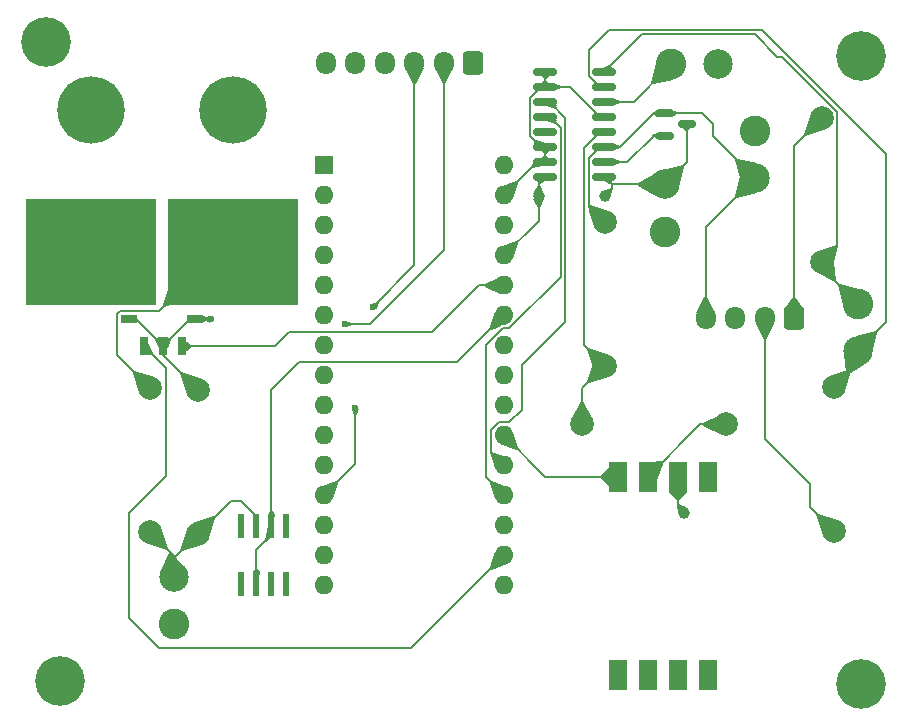
<source format=gbr>
%TF.GenerationSoftware,KiCad,Pcbnew,7.0.7*%
%TF.CreationDate,2023-12-14T17:45:07-06:00*%
%TF.ProjectId,test,74657374-2e6b-4696-9361-645f70636258,rev?*%
%TF.SameCoordinates,Original*%
%TF.FileFunction,Copper,L1,Top*%
%TF.FilePolarity,Positive*%
%FSLAX46Y46*%
G04 Gerber Fmt 4.6, Leading zero omitted, Abs format (unit mm)*
G04 Created by KiCad (PCBNEW 7.0.7) date 2023-12-14 17:45:07*
%MOMM*%
%LPD*%
G01*
G04 APERTURE LIST*
G04 Aperture macros list*
%AMRoundRect*
0 Rectangle with rounded corners*
0 $1 Rounding radius*
0 $2 $3 $4 $5 $6 $7 $8 $9 X,Y pos of 4 corners*
0 Add a 4 corners polygon primitive as box body*
4,1,4,$2,$3,$4,$5,$6,$7,$8,$9,$2,$3,0*
0 Add four circle primitives for the rounded corners*
1,1,$1+$1,$2,$3*
1,1,$1+$1,$4,$5*
1,1,$1+$1,$6,$7*
1,1,$1+$1,$8,$9*
0 Add four rect primitives between the rounded corners*
20,1,$1+$1,$2,$3,$4,$5,0*
20,1,$1+$1,$4,$5,$6,$7,0*
20,1,$1+$1,$6,$7,$8,$9,0*
20,1,$1+$1,$8,$9,$2,$3,0*%
%AMFreePoly0*
4,1,5,5.500000,-4.500000,-5.500000,-4.500000,-5.500000,4.500000,5.500000,4.500000,5.500000,-4.500000,5.500000,-4.500000,$1*%
G04 Aperture macros list end*
%TA.AperFunction,ComponentPad*%
%ADD10C,2.500000*%
%TD*%
%TA.AperFunction,ComponentPad*%
%ADD11C,2.600000*%
%TD*%
%TA.AperFunction,ComponentPad*%
%ADD12R,1.600000X1.600000*%
%TD*%
%TA.AperFunction,ComponentPad*%
%ADD13O,1.600000X1.600000*%
%TD*%
%TA.AperFunction,SMDPad,CuDef*%
%ADD14R,0.600000X2.000000*%
%TD*%
%TA.AperFunction,ComponentPad*%
%ADD15C,5.700000*%
%TD*%
%TA.AperFunction,SMDPad,CuDef*%
%ADD16FreePoly0,0.000000*%
%TD*%
%TA.AperFunction,ComponentPad*%
%ADD17C,2.000000*%
%TD*%
%TA.AperFunction,SMDPad,CuDef*%
%ADD18R,1.520000X2.540000*%
%TD*%
%TA.AperFunction,ComponentPad*%
%ADD19RoundRect,0.250000X0.600000X0.725000X-0.600000X0.725000X-0.600000X-0.725000X0.600000X-0.725000X0*%
%TD*%
%TA.AperFunction,ComponentPad*%
%ADD20O,1.700000X1.950000*%
%TD*%
%TA.AperFunction,SMDPad,CuDef*%
%ADD21RoundRect,0.187500X-0.187500X-0.612500X0.187500X-0.612500X0.187500X0.612500X-0.187500X0.612500X0*%
%TD*%
%TA.AperFunction,SMDPad,CuDef*%
%ADD22RoundRect,0.187500X-0.512500X-0.187500X0.512500X-0.187500X0.512500X0.187500X-0.512500X0.187500X0*%
%TD*%
%TA.AperFunction,SMDPad,CuDef*%
%ADD23RoundRect,0.425000X-0.475000X-0.425000X0.475000X-0.425000X0.475000X0.425000X-0.475000X0.425000X0*%
%TD*%
%TA.AperFunction,SMDPad,CuDef*%
%ADD24RoundRect,0.150000X-0.587500X-0.150000X0.587500X-0.150000X0.587500X0.150000X-0.587500X0.150000X0*%
%TD*%
%TA.AperFunction,SMDPad,CuDef*%
%ADD25RoundRect,0.150000X0.850000X0.150000X-0.850000X0.150000X-0.850000X-0.150000X0.850000X-0.150000X0*%
%TD*%
%TA.AperFunction,ViaPad*%
%ADD26C,4.200000*%
%TD*%
%TA.AperFunction,ViaPad*%
%ADD27C,1.000000*%
%TD*%
%TA.AperFunction,ViaPad*%
%ADD28C,0.600000*%
%TD*%
%TA.AperFunction,Conductor*%
%ADD29C,0.200000*%
%TD*%
G04 APERTURE END LIST*
D10*
%TO.P,C4,1*%
%TO.N,Net-(U3-INA-)*%
X167132000Y-100584000D03*
D11*
%TO.P,C4,2*%
%TO.N,Net-(U3-INA+)*%
X167132000Y-96584000D03*
%TD*%
D12*
%TO.P,A1,1,D1/TX*%
%TO.N,unconnected-(A1-D1{slash}TX-Pad1)*%
X121920000Y-84878000D03*
D13*
%TO.P,A1,2,D0/RX*%
%TO.N,unconnected-(A1-D0{slash}RX-Pad2)*%
X121920000Y-87418000D03*
%TO.P,A1,3,~{RESET}*%
%TO.N,unconnected-(A1-~{RESET}-Pad3)*%
X121920000Y-89958000D03*
%TO.P,A1,4,GND*%
%TO.N,GND*%
X121920000Y-92498000D03*
%TO.P,A1,5,D2*%
%TO.N,unconnected-(A1-D2-Pad5)*%
X121920000Y-95038000D03*
%TO.P,A1,6,D3*%
%TO.N,unconnected-(A1-D3-Pad6)*%
X121920000Y-97578000D03*
%TO.P,A1,7,D4*%
%TO.N,Net-(A1-D4)*%
X121920000Y-100118000D03*
%TO.P,A1,8,D5*%
%TO.N,unconnected-(A1-D5-Pad8)*%
X121920000Y-102658000D03*
%TO.P,A1,9,D6*%
%TO.N,unconnected-(A1-D6-Pad9)*%
X121920000Y-105198000D03*
%TO.P,A1,10,D7*%
%TO.N,unconnected-(A1-D7-Pad10)*%
X121920000Y-107738000D03*
%TO.P,A1,11,D8*%
%TO.N,Net-(A1-D8)*%
X121920000Y-110278000D03*
%TO.P,A1,12,D9*%
%TO.N,Net-(A1-D9)*%
X121920000Y-112818000D03*
%TO.P,A1,13,D10*%
%TO.N,Net-(A1-D10)*%
X121920000Y-115358000D03*
%TO.P,A1,14,D11*%
%TO.N,unconnected-(A1-D11-Pad14)*%
X121920000Y-117898000D03*
%TO.P,A1,15,D12*%
%TO.N,unconnected-(A1-D12-Pad15)*%
X121920000Y-120438000D03*
%TO.P,A1,16,D13*%
%TO.N,unconnected-(A1-D13-Pad16)*%
X137160000Y-120438000D03*
%TO.P,A1,17,3V3*%
%TO.N,Net-(A1-3V3)*%
X137160000Y-117898000D03*
%TO.P,A1,18,AREF*%
%TO.N,unconnected-(A1-AREF-Pad18)*%
X137160000Y-115358000D03*
%TO.P,A1,19,A0*%
%TO.N,Net-(A1-A0)*%
X137160000Y-112818000D03*
%TO.P,A1,20,A1*%
%TO.N,Net-(A1-A1)*%
X137160000Y-110278000D03*
%TO.P,A1,21,A2*%
%TO.N,Net-(A1-A2)*%
X137160000Y-107738000D03*
%TO.P,A1,22,A3*%
%TO.N,unconnected-(A1-A3-Pad22)*%
X137160000Y-105198000D03*
%TO.P,A1,23,A4*%
%TO.N,unconnected-(A1-A4-Pad23)*%
X137160000Y-102658000D03*
%TO.P,A1,24,A5*%
%TO.N,unconnected-(A1-A5-Pad24)*%
X137160000Y-100118000D03*
%TO.P,A1,25,A6*%
%TO.N,Net-(A1-A6)*%
X137160000Y-97578000D03*
%TO.P,A1,26,A7*%
%TO.N,Net-(A1-A7)*%
X137160000Y-95038000D03*
%TO.P,A1,27,+5V*%
%TO.N,Net-(A1-+5V)*%
X137160000Y-92498000D03*
%TO.P,A1,28,~{RESET}*%
%TO.N,unconnected-(A1-~{RESET}-Pad28)*%
X137160000Y-89958000D03*
%TO.P,A1,29,GND*%
%TO.N,GND*%
X137160000Y-87418000D03*
%TO.P,A1,30,VIN*%
%TO.N,unconnected-(A1-VIN-Pad30)*%
X137160000Y-84878000D03*
%TD*%
D14*
%TO.P,U1,1,NULL*%
%TO.N,unconnected-(U1-NULL-Pad1)*%
X118745000Y-115448000D03*
%TO.P,U1,2,-*%
%TO.N,Net-(A1-A6)*%
X117475000Y-115448000D03*
%TO.P,U1,3,+*%
%TO.N,Net-(U1-+)*%
X116205000Y-115448000D03*
%TO.P,U1,4,V-*%
%TO.N,unconnected-(U1-V--Pad4)*%
X114935000Y-115448000D03*
%TO.P,U1,5,NULL*%
%TO.N,unconnected-(U1-NULL-Pad5)*%
X114935000Y-120348000D03*
%TO.P,U1,6*%
%TO.N,Net-(A1-A6)*%
X116205000Y-120348000D03*
%TO.P,U1,7,V+*%
%TO.N,unconnected-(U1-V+-Pad7)*%
X117475000Y-120348000D03*
%TO.P,U1,8,NC*%
%TO.N,unconnected-(U1-NC-Pad8)*%
X118745000Y-120348000D03*
%TD*%
D15*
%TO.P,J3,1,Pos*%
%TO.N,Net-(J3-Pos)*%
X102220000Y-92200000D03*
D16*
X102220000Y-92200000D03*
D15*
%TO.P,J3,2,Neg*%
%TO.N,GND*%
X102220000Y-80230000D03*
%TD*%
D17*
%TO.P,R6,1*%
%TO.N,Net-(U3-VFB)*%
X143774396Y-106807000D03*
%TO.P,R6,2*%
%TO.N,GND*%
X155974396Y-106807000D03*
%TD*%
D18*
%TO.P,U4,1*%
%TO.N,N/C*%
X154432000Y-111252000D03*
%TO.P,U4,2,VS*%
%TO.N,Net-(A1-+5V)*%
X151892000Y-111252000D03*
%TO.P,U4,3,GND*%
%TO.N,GND*%
X149352000Y-111252000D03*
%TO.P,U4,4,VOUT*%
%TO.N,Net-(A1-A2)*%
X146812000Y-111252000D03*
%TO.P,U4,5*%
%TO.N,N/C*%
X146812000Y-128012000D03*
%TO.P,U4,6*%
X149352000Y-128012000D03*
%TO.P,U4,7*%
X151892000Y-128012000D03*
%TO.P,U4,8*%
X154432000Y-128012000D03*
%TD*%
D19*
%TO.P,J1,1,Pin_1*%
%TO.N,Net-(J1-Pin_1)*%
X161738000Y-97836000D03*
D20*
%TO.P,J1,2,Pin_2*%
%TO.N,Net-(J1-Pin_2)*%
X159238000Y-97836000D03*
%TO.P,J1,3,Pin_3*%
%TO.N,GND*%
X156738000Y-97836000D03*
%TO.P,J1,4,Pin_4*%
%TO.N,Net-(J1-Pin_4)*%
X154238000Y-97836000D03*
%TD*%
D10*
%TO.P,C1,1*%
%TO.N,Net-(J1-Pin_4)*%
X158394396Y-85947000D03*
D11*
%TO.P,C1,2*%
%TO.N,GND*%
X158394396Y-81947000D03*
%TD*%
D21*
%TO.P,U2,1,vcc*%
%TO.N,Net-(A1-3V3)*%
X106704000Y-100190000D03*
%TO.P,U2,2,ground*%
%TO.N,GND*%
X108304000Y-100190000D03*
%TO.P,U2,3,vout*%
%TO.N,Net-(A1-A7)*%
X109904000Y-100190000D03*
D22*
%TO.P,U2,4,NC*%
%TO.N,GND*%
X111004000Y-97890000D03*
D23*
%TO.P,U2,5,IP+*%
%TO.N,Net-(J4-Pos)*%
X109704000Y-95440000D03*
%TO.P,U2,6,IP-*%
%TO.N,Net-(J3-Pos)*%
X106704000Y-95440000D03*
D22*
%TO.P,U2,7,NC*%
%TO.N,GND*%
X105404000Y-97890000D03*
%TD*%
D17*
%TO.P,R5,1*%
%TO.N,Net-(J1-Pin_4)*%
X145694396Y-89647000D03*
%TO.P,R5,2*%
%TO.N,Net-(U3-VFB)*%
X145694396Y-101847000D03*
%TD*%
D24*
%TO.P,Q1,1,C*%
%TO.N,Net-(J1-Pin_4)*%
X150774396Y-80457000D03*
%TO.P,Q1,2,B*%
%TO.N,Net-(Q1-B)*%
X150774396Y-82357000D03*
%TO.P,Q1,3,E*%
%TO.N,Net-(A1-+5V)*%
X152649396Y-81407000D03*
%TD*%
D17*
%TO.P,R2,1*%
%TO.N,Net-(J4-Pos)*%
X107213000Y-103755000D03*
%TO.P,R2,2*%
%TO.N,Net-(U1-+)*%
X107213000Y-115955000D03*
%TD*%
D10*
%TO.P,C5,1*%
%TO.N,Net-(U1-+)*%
X109195000Y-119733000D03*
D11*
%TO.P,C5,2*%
%TO.N,GND*%
X109195000Y-123733000D03*
%TD*%
D25*
%TO.P,U3,1,VSUP*%
%TO.N,Net-(A1-+5V)*%
X145654396Y-85852000D03*
%TO.P,U3,2,BASE*%
%TO.N,Net-(Q1-B)*%
X145654396Y-84582000D03*
%TO.P,U3,3,AVDD*%
%TO.N,Net-(J1-Pin_4)*%
X145654396Y-83312000D03*
%TO.P,U3,4,VFB*%
%TO.N,Net-(U3-VFB)*%
X145654396Y-82042000D03*
%TO.P,U3,5,AGND*%
%TO.N,GND*%
X145654396Y-80772000D03*
%TO.P,U3,6,VBG*%
%TO.N,Net-(U3-VBG)*%
X145654396Y-79502000D03*
%TO.P,U3,7,INA-*%
%TO.N,Net-(U3-INA-)*%
X145654396Y-78232000D03*
%TO.P,U3,8,INA+*%
%TO.N,Net-(U3-INA+)*%
X145654396Y-76962000D03*
%TO.P,U3,9,INB-*%
%TO.N,GND*%
X140654396Y-76962000D03*
%TO.P,U3,10,INB+*%
X140654396Y-78232000D03*
%TO.P,U3,11,PD_SCK*%
%TO.N,Net-(A1-A1)*%
X140654396Y-79502000D03*
%TO.P,U3,12,DOUT*%
%TO.N,Net-(A1-A0)*%
X140654396Y-80772000D03*
%TO.P,U3,13,XO*%
%TO.N,unconnected-(U3-XO-Pad13)*%
X140654396Y-82042000D03*
%TO.P,U3,14,XI*%
%TO.N,GND*%
X140654396Y-83312000D03*
%TO.P,U3,15,RATE*%
X140654396Y-84582000D03*
%TO.P,U3,16,DVDD*%
%TO.N,Net-(A1-+5V)*%
X140654396Y-85852000D03*
%TD*%
D15*
%TO.P,J4,1,Pos*%
%TO.N,Net-(J4-Pos)*%
X114220000Y-92200000D03*
D16*
X114220000Y-92200000D03*
D15*
%TO.P,J4,2,Neg*%
%TO.N,GND*%
X114220000Y-80230000D03*
%TD*%
D10*
%TO.P,C3,1*%
%TO.N,GND*%
X155314396Y-76327000D03*
D11*
%TO.P,C3,2*%
%TO.N,Net-(U3-VBG)*%
X151314396Y-76327000D03*
%TD*%
D17*
%TO.P,R1,1*%
%TO.N,Net-(J1-Pin_2)*%
X165100000Y-115839000D03*
%TO.P,R1,2*%
%TO.N,Net-(U3-INA-)*%
X165100000Y-103639000D03*
%TD*%
D19*
%TO.P,J2,1,Pin_1*%
%TO.N,Net-(A1-3V3)*%
X134580000Y-76200000D03*
D20*
%TO.P,J2,2,Pin_2*%
%TO.N,Net-(A1-D4)*%
X132080000Y-76200000D03*
%TO.P,J2,3,Pin_3*%
%TO.N,Net-(A1-D8)*%
X129580000Y-76200000D03*
%TO.P,J2,4,Pin_4*%
%TO.N,Net-(A1-D10)*%
X127080000Y-76200000D03*
%TO.P,J2,5,Pin_5*%
%TO.N,Net-(A1-D9)*%
X124580000Y-76200000D03*
%TO.P,J2,6,Pin_6*%
%TO.N,GND*%
X122080000Y-76200000D03*
%TD*%
D17*
%TO.P,R4,1*%
%TO.N,Net-(J1-Pin_1)*%
X164084000Y-80884000D03*
%TO.P,R4,2*%
%TO.N,Net-(U3-INA+)*%
X164084000Y-93084000D03*
%TD*%
D10*
%TO.P,C6,1*%
%TO.N,Net-(A1-+5V)*%
X150774396Y-86487000D03*
D11*
%TO.P,C6,2*%
%TO.N,GND*%
X150774396Y-90487000D03*
%TD*%
D17*
%TO.P,R3,1*%
%TO.N,Net-(U1-+)*%
X111227000Y-116082000D03*
%TO.P,R3,2*%
%TO.N,GND*%
X111227000Y-103882000D03*
%TD*%
D26*
%TO.N,*%
X167420942Y-75619358D03*
X167386000Y-128778000D03*
X99568000Y-128524000D03*
X98425000Y-74422000D03*
D27*
%TO.N,Net-(A1-+5V)*%
X140106396Y-87503000D03*
X152400000Y-114300000D03*
X145694396Y-87503000D03*
D28*
%TO.N,GND*%
X112395000Y-97917000D03*
%TO.N,Net-(A1-D8)*%
X126111000Y-96901000D03*
%TO.N,Net-(A1-D9)*%
X124587000Y-105410000D03*
%TO.N,Net-(A1-D4)*%
X123698000Y-98298000D03*
%TD*%
D29*
%TO.N,Net-(A1-+5V)*%
X146289396Y-86487000D02*
X150774396Y-86487000D01*
X140106396Y-87503000D02*
X140106396Y-89551604D01*
X145654396Y-85852000D02*
X146289396Y-86487000D01*
X146289396Y-86908000D02*
X146289396Y-86487000D01*
X140106396Y-86400000D02*
X140654396Y-85852000D01*
X152649396Y-81407000D02*
X152649396Y-84612000D01*
X150774396Y-86487000D02*
X152649396Y-84612000D01*
X140106396Y-89551604D02*
X137160000Y-92498000D01*
X151892000Y-113792000D02*
X152400000Y-114300000D01*
X151892000Y-111252000D02*
X151892000Y-113792000D01*
X140106396Y-87503000D02*
X140106396Y-86400000D01*
X145694396Y-87503000D02*
X146289396Y-86908000D01*
%TO.N,Net-(J1-Pin_4)*%
X149824396Y-80457000D02*
X146969396Y-83312000D01*
X158394396Y-85947000D02*
X154238000Y-90103396D01*
X145694396Y-89647000D02*
X144354396Y-88307000D01*
X145288000Y-83312000D02*
X145654396Y-83312000D01*
X150774396Y-80457000D02*
X153888396Y-80457000D01*
X153888396Y-80457000D02*
X154838396Y-81407000D01*
X154238000Y-90103396D02*
X154238000Y-97836000D01*
X144354396Y-88307000D02*
X144354396Y-84245604D01*
X154838396Y-81407000D02*
X154838396Y-82391000D01*
X146969396Y-83312000D02*
X145654396Y-83312000D01*
X154838396Y-82391000D02*
X158394396Y-85947000D01*
X144354396Y-84245604D02*
X145288000Y-83312000D01*
X150774396Y-80457000D02*
X149824396Y-80457000D01*
%TO.N,Net-(U3-VFB)*%
X145694396Y-101847000D02*
X143954396Y-100107000D01*
X145288000Y-82042000D02*
X145654396Y-82042000D01*
X143774396Y-103767000D02*
X145694396Y-101847000D01*
X143954396Y-100107000D02*
X143954396Y-83375604D01*
X143954396Y-83375604D02*
X145288000Y-82042000D01*
X143774396Y-106807000D02*
X143774396Y-103767000D01*
%TO.N,GND*%
X140654396Y-84582000D02*
X139996000Y-84582000D01*
X111227000Y-103882000D02*
X108304000Y-100959000D01*
X140654396Y-76962000D02*
X140654396Y-78232000D01*
X149352000Y-111252000D02*
X153797000Y-106807000D01*
X108304000Y-100190000D02*
X110604000Y-97890000D01*
X140654396Y-83312000D02*
X140288000Y-83312000D01*
X140654396Y-83312000D02*
X140654396Y-84582000D01*
X112241000Y-97890000D02*
X112395000Y-97917000D01*
X145288000Y-80772000D02*
X145654396Y-80772000D01*
X140288000Y-78232000D02*
X140654396Y-78232000D01*
X139354396Y-82378396D02*
X139354396Y-79165604D01*
X139996000Y-84582000D02*
X137160000Y-87418000D01*
X106004000Y-97890000D02*
X105404000Y-97890000D01*
X112395000Y-97917000D02*
X112268000Y-97917000D01*
X153797000Y-106807000D02*
X155974396Y-106807000D01*
X111004000Y-97890000D02*
X112241000Y-97890000D01*
X140288000Y-83312000D02*
X139354396Y-82378396D01*
X142748000Y-78232000D02*
X145288000Y-80772000D01*
X110604000Y-97890000D02*
X111004000Y-97890000D01*
X140654396Y-78232000D02*
X142748000Y-78232000D01*
X108304000Y-100959000D02*
X108304000Y-100190000D01*
X108304000Y-100190000D02*
X106004000Y-97890000D01*
X139354396Y-79165604D02*
X140288000Y-78232000D01*
%TO.N,Net-(U3-VBG)*%
X151314396Y-76327000D02*
X148139396Y-79502000D01*
X148139396Y-79502000D02*
X145654396Y-79502000D01*
%TO.N,Net-(U3-INA-)*%
X158991164Y-73387000D02*
X146094396Y-73387000D01*
X165100000Y-103639000D02*
X167132000Y-101607000D01*
X145288000Y-78232000D02*
X145654396Y-78232000D01*
X167132000Y-100584000D02*
X169545000Y-98171000D01*
X144618000Y-77562000D02*
X145288000Y-78232000D01*
X144354396Y-75127000D02*
X144354396Y-77302552D01*
X169545000Y-98171000D02*
X169545000Y-83940836D01*
X146094396Y-73387000D02*
X144354396Y-75127000D01*
X144354396Y-77302552D02*
X144613844Y-77562000D01*
X167132000Y-101607000D02*
X167132000Y-100584000D01*
X169545000Y-83940836D02*
X158991164Y-73387000D01*
X144613844Y-77562000D02*
X144618000Y-77562000D01*
%TO.N,Net-(U3-INA+)*%
X148829396Y-73787000D02*
X145654396Y-76962000D01*
X165384000Y-80345522D02*
X160730478Y-75692000D01*
X164084000Y-93536000D02*
X164084000Y-93084000D01*
X158394396Y-73787000D02*
X148829396Y-73787000D01*
X164084000Y-93084000D02*
X165384000Y-91784000D01*
X160730478Y-75692000D02*
X160299396Y-75692000D01*
X167132000Y-96584000D02*
X164084000Y-93536000D01*
X160299396Y-75692000D02*
X158394396Y-73787000D01*
X165384000Y-91784000D02*
X165384000Y-80345522D01*
%TO.N,Net-(A1-A1)*%
X138684000Y-101778365D02*
X138684000Y-105569635D01*
X140654396Y-79502000D02*
X141020792Y-79502000D01*
X142354396Y-80835604D02*
X142354396Y-98107969D01*
X136060000Y-109178000D02*
X137160000Y-110278000D01*
X142354396Y-98107969D02*
X138684000Y-101778365D01*
X136704365Y-106638000D02*
X136060000Y-107282365D01*
X136060000Y-107282365D02*
X136060000Y-109178000D01*
X138684000Y-105569635D02*
X137615635Y-106638000D01*
X141020792Y-79502000D02*
X142354396Y-80835604D01*
X137615635Y-106638000D02*
X136704365Y-106638000D01*
%TO.N,Net-(A1-A0)*%
X141020792Y-80772000D02*
X141954396Y-81705604D01*
X141954396Y-94339239D02*
X137615635Y-98678000D01*
X141954396Y-81705604D02*
X141954396Y-94339239D01*
X137044365Y-98678000D02*
X135636000Y-100086365D01*
X135636000Y-111294000D02*
X137160000Y-112818000D01*
X137615635Y-98678000D02*
X137044365Y-98678000D01*
X140654396Y-80772000D02*
X141020792Y-80772000D01*
X135636000Y-100086365D02*
X135636000Y-111294000D01*
%TO.N,Net-(A1-A6)*%
X117475000Y-116148000D02*
X116205000Y-117418000D01*
X133180000Y-101558000D02*
X137160000Y-97578000D01*
X119803000Y-101558000D02*
X133180000Y-101558000D01*
X117475000Y-115448000D02*
X117475000Y-103886000D01*
X117475000Y-103886000D02*
X119803000Y-101558000D01*
X117475000Y-115448000D02*
X117475000Y-116148000D01*
X116205000Y-117418000D02*
X116205000Y-120348000D01*
%TO.N,Net-(A1-A7)*%
X131064000Y-99018000D02*
X135044000Y-95038000D01*
X109904000Y-100190000D02*
X117752365Y-100190000D01*
X117752365Y-100190000D02*
X118924365Y-99018000D01*
X118924365Y-99018000D02*
X131064000Y-99018000D01*
X135044000Y-95038000D02*
X137160000Y-95038000D01*
%TO.N,Net-(J4-Pos)*%
X107929000Y-97215000D02*
X109704000Y-95440000D01*
X107213000Y-103755000D02*
X104404000Y-100946000D01*
X104689571Y-97215000D02*
X107929000Y-97215000D01*
X104404000Y-97500571D02*
X104689571Y-97215000D01*
X104404000Y-100946000D02*
X104404000Y-97500571D01*
%TO.N,Net-(U1-+)*%
X109372000Y-117937000D02*
X111227000Y-116082000D01*
X116205000Y-115448000D02*
X116205000Y-116148000D01*
X114935000Y-113284000D02*
X116205000Y-114554000D01*
X116205000Y-114554000D02*
X116205000Y-115448000D01*
X109195000Y-117937000D02*
X109195000Y-119733000D01*
X111227000Y-116082000D02*
X114025000Y-113284000D01*
X109195000Y-117937000D02*
X109372000Y-117937000D01*
X107213000Y-115955000D02*
X109195000Y-117937000D01*
X114025000Y-113284000D02*
X114935000Y-113284000D01*
%TO.N,Net-(A1-3V3)*%
X129325000Y-125733000D02*
X137160000Y-117898000D01*
X108513000Y-101999000D02*
X108513000Y-111197000D01*
X108513000Y-111197000D02*
X105410000Y-114300000D01*
X105410000Y-123190000D02*
X107953000Y-125733000D01*
X106704000Y-100190000D02*
X108513000Y-101999000D01*
X105410000Y-114300000D02*
X105410000Y-123190000D01*
X107953000Y-125733000D02*
X129325000Y-125733000D01*
%TO.N,Net-(A1-A2)*%
X146812000Y-111252000D02*
X140674000Y-111252000D01*
X140674000Y-111252000D02*
X137160000Y-107738000D01*
%TO.N,Net-(J1-Pin_2)*%
X163068000Y-111887000D02*
X159238000Y-108057000D01*
X163068000Y-113807000D02*
X163068000Y-111887000D01*
X165100000Y-115839000D02*
X163068000Y-113807000D01*
X159238000Y-108057000D02*
X159238000Y-97836000D01*
%TO.N,Net-(J1-Pin_1)*%
X161738000Y-97836000D02*
X161738000Y-83230000D01*
X161738000Y-83230000D02*
X164084000Y-80884000D01*
%TO.N,Net-(Q1-B)*%
X150774396Y-82357000D02*
X149824396Y-82357000D01*
X147599396Y-84582000D02*
X145654396Y-84582000D01*
X149824396Y-82357000D02*
X147599396Y-84582000D01*
%TO.N,Net-(A1-D8)*%
X129580000Y-93305000D02*
X126111000Y-96901000D01*
X129580000Y-76200000D02*
X129580000Y-93305000D01*
X126111000Y-96901000D02*
X126111000Y-96774000D01*
%TO.N,Net-(A1-D9)*%
X124587000Y-105410000D02*
X124587000Y-110151000D01*
X124587000Y-110151000D02*
X121920000Y-112818000D01*
%TO.N,Net-(A1-D4)*%
X125857000Y-98298000D02*
X132080000Y-92075000D01*
X123698000Y-98298000D02*
X125857000Y-98298000D01*
X132080000Y-92075000D02*
X132080000Y-76200000D01*
%TD*%
%TA.AperFunction,Conductor*%
%TO.N,Net-(A1-A2)*%
G36*
X146059711Y-110499701D02*
G01*
X146804710Y-111243721D01*
X146808142Y-111251992D01*
X146804721Y-111260268D01*
X146804710Y-111260279D01*
X146059711Y-112004298D01*
X146051435Y-112007719D01*
X146043771Y-112004853D01*
X145296028Y-111355498D01*
X145292029Y-111347486D01*
X145292000Y-111346664D01*
X145292000Y-111157336D01*
X145295427Y-111149063D01*
X145296028Y-111148502D01*
X146043771Y-110499146D01*
X146052265Y-110496309D01*
X146059711Y-110499701D01*
G37*
%TD.AperFunction*%
%TD*%
%TA.AperFunction,Conductor*%
%TO.N,Net-(A1-A6)*%
G36*
X117577011Y-114151427D02*
G01*
X117578473Y-114153210D01*
X117771948Y-114443422D01*
X117773686Y-114452207D01*
X117773420Y-114453271D01*
X117486207Y-115411605D01*
X117480550Y-115418546D01*
X117471641Y-115419453D01*
X117464700Y-115413796D01*
X117463793Y-115411605D01*
X117380801Y-115134689D01*
X117176579Y-114453269D01*
X117177486Y-114444362D01*
X117178041Y-114443437D01*
X117371526Y-114153210D01*
X117378967Y-114148227D01*
X117381262Y-114148000D01*
X117568738Y-114148000D01*
X117577011Y-114151427D01*
G37*
%TD.AperFunction*%
%TD*%
%TA.AperFunction,Conductor*%
%TO.N,Net-(A1-A6)*%
G36*
X116307011Y-119051427D02*
G01*
X116308473Y-119053210D01*
X116501948Y-119343422D01*
X116503686Y-119352207D01*
X116503420Y-119353271D01*
X116216207Y-120311605D01*
X116210550Y-120318546D01*
X116201641Y-120319453D01*
X116194700Y-120313796D01*
X116193793Y-120311605D01*
X116110801Y-120034689D01*
X115906579Y-119353269D01*
X115907486Y-119344362D01*
X115908041Y-119343437D01*
X116101526Y-119053210D01*
X116108967Y-119048227D01*
X116111262Y-119048000D01*
X116298738Y-119048000D01*
X116307011Y-119051427D01*
G37*
%TD.AperFunction*%
%TD*%
%TA.AperFunction,Conductor*%
%TO.N,Net-(U1-+)*%
G36*
X108965720Y-117567629D02*
G01*
X108966334Y-117568292D01*
X110072470Y-118859975D01*
X110075248Y-118868488D01*
X110071768Y-118875945D01*
X109201766Y-119727773D01*
X109193458Y-119731112D01*
X109188182Y-119729793D01*
X108111783Y-119169956D01*
X108106025Y-119163098D01*
X108106668Y-119154443D01*
X108815835Y-117701865D01*
X108818071Y-117698732D01*
X108949175Y-117567628D01*
X108957447Y-117564202D01*
X108965720Y-117567629D01*
G37*
%TD.AperFunction*%
%TD*%
%TA.AperFunction,Conductor*%
%TO.N,Net-(A1-A1)*%
G36*
X136161695Y-109134161D02*
G01*
X137453901Y-109535096D01*
X137460787Y-109540820D01*
X137461608Y-109549737D01*
X137461246Y-109550742D01*
X137161856Y-110274510D01*
X137155527Y-110280845D01*
X137155509Y-110280853D01*
X136432658Y-110579290D01*
X136423703Y-110579279D01*
X136417378Y-110572940D01*
X136417042Y-110572018D01*
X136322510Y-110274510D01*
X135964843Y-109148876D01*
X135965604Y-109139956D01*
X135972451Y-109134184D01*
X135975994Y-109133635D01*
X136158228Y-109133635D01*
X136161695Y-109134161D01*
G37*
%TD.AperFunction*%
%TD*%
%TA.AperFunction,Conductor*%
%TO.N,GND*%
G36*
X138222709Y-86218843D02*
G01*
X138225800Y-86221060D01*
X138356939Y-86352199D01*
X138360366Y-86360472D01*
X138359748Y-86364226D01*
X137903109Y-87712321D01*
X137897209Y-87719057D01*
X137888273Y-87719649D01*
X137887568Y-87719384D01*
X137606586Y-87603377D01*
X137163787Y-87420562D01*
X137157448Y-87414237D01*
X137157437Y-87414212D01*
X136858617Y-86690434D01*
X136858628Y-86681482D01*
X136864967Y-86675157D01*
X136865663Y-86674895D01*
X138213774Y-86218251D01*
X138222709Y-86218843D01*
G37*
%TD.AperFunction*%
%TD*%
%TA.AperFunction,Conductor*%
%TO.N,GND*%
G36*
X140756407Y-83985427D02*
G01*
X140757869Y-83987210D01*
X140949084Y-84274032D01*
X140950822Y-84282817D01*
X140947636Y-84288781D01*
X140662683Y-84574685D01*
X140654415Y-84578126D01*
X140646137Y-84574713D01*
X140646109Y-84574685D01*
X140361155Y-84288781D01*
X140357742Y-84280503D01*
X140359706Y-84274034D01*
X140550922Y-83987210D01*
X140558363Y-83982227D01*
X140560658Y-83982000D01*
X140748134Y-83982000D01*
X140756407Y-83985427D01*
G37*
%TD.AperFunction*%
%TD*%
%TA.AperFunction,Conductor*%
%TO.N,Net-(A1-+5V)*%
G36*
X146382732Y-86752884D02*
G01*
X146386159Y-86761157D01*
X146385819Y-86763959D01*
X146159590Y-87681149D01*
X146154281Y-87688361D01*
X146145428Y-87689707D01*
X146143773Y-87689165D01*
X145698893Y-87505853D01*
X145692549Y-87499532D01*
X145507478Y-87051766D01*
X145507486Y-87042811D01*
X145513715Y-87036530D01*
X146187202Y-86750388D01*
X146191777Y-86749457D01*
X146374459Y-86749457D01*
X146382732Y-86752884D01*
G37*
%TD.AperFunction*%
%TD*%
%TA.AperFunction,Conductor*%
%TO.N,Net-(U3-INA+)*%
G36*
X165593252Y-94898994D02*
G01*
X167256020Y-95301344D01*
X167263254Y-95306620D01*
X167264904Y-95313926D01*
X167133685Y-96575302D01*
X167129421Y-96583176D01*
X167123305Y-96585723D01*
X165866641Y-96721561D01*
X165858048Y-96719043D01*
X165854019Y-96712705D01*
X165447011Y-95045263D01*
X165448378Y-95036416D01*
X165450100Y-95034222D01*
X165582229Y-94902093D01*
X165590501Y-94898667D01*
X165593252Y-94898994D01*
G37*
%TD.AperFunction*%
%TD*%
%TA.AperFunction,Conductor*%
%TO.N,GND*%
G36*
X112278935Y-97643821D02*
G01*
X112284306Y-97649676D01*
X112394115Y-97912489D01*
X112394142Y-97921444D01*
X112394115Y-97921511D01*
X112284735Y-98183297D01*
X112278383Y-98189609D01*
X112269428Y-98189582D01*
X112269358Y-98189552D01*
X111807490Y-97993029D01*
X111801219Y-97986637D01*
X111800371Y-97982263D01*
X111800371Y-97798597D01*
X111803798Y-97790324D01*
X111808573Y-97787432D01*
X112270017Y-97643021D01*
X112278935Y-97643821D01*
G37*
%TD.AperFunction*%
%TD*%
%TA.AperFunction,Conductor*%
%TO.N,Net-(J1-Pin_1)*%
G36*
X163171795Y-80506140D02*
G01*
X164080215Y-80881437D01*
X164086553Y-80887764D01*
X164086562Y-80887784D01*
X164461855Y-81796194D01*
X164461846Y-81805148D01*
X164455508Y-81811475D01*
X164454658Y-81811788D01*
X162747316Y-82366707D01*
X162738388Y-82366005D01*
X162735426Y-82363853D01*
X162604146Y-82232573D01*
X162600719Y-82224300D01*
X162601291Y-82220686D01*
X163156212Y-80513339D01*
X163162027Y-80506533D01*
X163170955Y-80505831D01*
X163171795Y-80506140D01*
G37*
%TD.AperFunction*%
%TD*%
%TA.AperFunction,Conductor*%
%TO.N,Net-(A1-D9)*%
G36*
X124853851Y-105520496D02*
G01*
X124860163Y-105526848D01*
X124860330Y-105535305D01*
X124689807Y-106002313D01*
X124683751Y-106008909D01*
X124678817Y-106010000D01*
X124495183Y-106010000D01*
X124486910Y-106006573D01*
X124484193Y-106002313D01*
X124313669Y-105535302D01*
X124314050Y-105526358D01*
X124320147Y-105520496D01*
X124582490Y-105410883D01*
X124591444Y-105410857D01*
X124853851Y-105520496D01*
G37*
%TD.AperFunction*%
%TD*%
%TA.AperFunction,Conductor*%
%TO.N,GND*%
G36*
X111594173Y-97532418D02*
G01*
X112072789Y-97786700D01*
X112078488Y-97793608D01*
X112079000Y-97797032D01*
X112079000Y-97982967D01*
X112075573Y-97991240D01*
X112072789Y-97993299D01*
X111594173Y-98247581D01*
X111585260Y-98248437D01*
X111582545Y-98247209D01*
X111167254Y-97991240D01*
X111019158Y-97899959D01*
X111013914Y-97892702D01*
X111015338Y-97883861D01*
X111019159Y-97880040D01*
X111582547Y-97532789D01*
X111591386Y-97531366D01*
X111594173Y-97532418D01*
G37*
%TD.AperFunction*%
%TD*%
%TA.AperFunction,Conductor*%
%TO.N,Net-(J1-Pin_4)*%
G36*
X156890629Y-84296994D02*
G01*
X158218230Y-84626732D01*
X158567287Y-84713429D01*
X158574490Y-84718749D01*
X158576041Y-84726499D01*
X158396355Y-85939253D01*
X158391752Y-85946934D01*
X158386668Y-85949085D01*
X157190120Y-86144639D01*
X157181403Y-86142591D01*
X157176897Y-86135988D01*
X157129147Y-85949085D01*
X156744447Y-84443278D01*
X156745719Y-84434415D01*
X156747506Y-84432114D01*
X156879544Y-84300076D01*
X156887816Y-84296650D01*
X156890629Y-84296994D01*
G37*
%TD.AperFunction*%
%TD*%
%TA.AperFunction,Conductor*%
%TO.N,Net-(A1-A7)*%
G36*
X136858330Y-94309733D02*
G01*
X136858644Y-94310425D01*
X137159134Y-95033510D01*
X137159144Y-95042463D01*
X137159135Y-95042485D01*
X137159134Y-95042490D01*
X136858644Y-95765574D01*
X136852305Y-95771899D01*
X136843350Y-95771888D01*
X136842658Y-95771574D01*
X135566518Y-95141219D01*
X135560618Y-95134483D01*
X135560000Y-95130729D01*
X135560000Y-94945270D01*
X135563427Y-94936997D01*
X135566516Y-94934781D01*
X136842659Y-94304424D01*
X136851594Y-94303833D01*
X136858330Y-94309733D01*
G37*
%TD.AperFunction*%
%TD*%
%TA.AperFunction,Conductor*%
%TO.N,Net-(U3-VFB)*%
G36*
X144782191Y-101469140D02*
G01*
X145690611Y-101844437D01*
X145696949Y-101850764D01*
X145696958Y-101850784D01*
X146072251Y-102759194D01*
X146072242Y-102768148D01*
X146065904Y-102774475D01*
X146065054Y-102774788D01*
X144357712Y-103329707D01*
X144348784Y-103329005D01*
X144345822Y-103326853D01*
X144214542Y-103195573D01*
X144211115Y-103187300D01*
X144211687Y-103183686D01*
X144766608Y-101476339D01*
X144772423Y-101469533D01*
X144781351Y-101468831D01*
X144782191Y-101469140D01*
G37*
%TD.AperFunction*%
%TD*%
%TA.AperFunction,Conductor*%
%TO.N,GND*%
G36*
X108870254Y-99478353D02*
G01*
X108875782Y-99481453D01*
X109009096Y-99614767D01*
X109012523Y-99623040D01*
X109011439Y-99627959D01*
X108683710Y-100335165D01*
X108677122Y-100341231D01*
X108668641Y-100341066D01*
X108313368Y-100194853D01*
X108307022Y-100188535D01*
X108306712Y-100180363D01*
X108559872Y-99414498D01*
X108565721Y-99407721D01*
X108573722Y-99406799D01*
X108870254Y-99478353D01*
G37*
%TD.AperFunction*%
%TD*%
%TA.AperFunction,Conductor*%
%TO.N,Net-(A1-3V3)*%
G36*
X136432414Y-117596608D02*
G01*
X137156212Y-117895437D01*
X137162551Y-117901762D01*
X137162562Y-117901787D01*
X137461382Y-118625562D01*
X137461371Y-118634517D01*
X137455032Y-118640842D01*
X137454321Y-118641109D01*
X136106226Y-119097748D01*
X136097290Y-119097156D01*
X136094199Y-119094939D01*
X135963060Y-118963800D01*
X135959633Y-118955527D01*
X135960251Y-118951773D01*
X136065482Y-118641109D01*
X136416890Y-117603677D01*
X136422790Y-117596942D01*
X136431726Y-117596350D01*
X136432414Y-117596608D01*
G37*
%TD.AperFunction*%
%TD*%
%TA.AperFunction,Conductor*%
%TO.N,Net-(A1-+5V)*%
G36*
X152287010Y-84838327D02*
G01*
X152289248Y-84840077D01*
X152421281Y-84972110D01*
X152424708Y-84980383D01*
X152424344Y-84983279D01*
X151991893Y-86675989D01*
X151986525Y-86683157D01*
X151978670Y-86684640D01*
X150782123Y-86489085D01*
X150774511Y-86484368D01*
X150772436Y-86479253D01*
X150592750Y-85266499D01*
X150594928Y-85257813D01*
X150601504Y-85253429D01*
X152278157Y-84836995D01*
X152287010Y-84838327D01*
G37*
%TD.AperFunction*%
%TD*%
%TA.AperFunction,Conductor*%
%TO.N,Net-(J1-Pin_2)*%
G36*
X163763314Y-114356291D02*
G01*
X165470659Y-114911212D01*
X165477466Y-114917027D01*
X165478168Y-114925955D01*
X165477855Y-114926805D01*
X165102562Y-115835215D01*
X165096235Y-115841553D01*
X165096215Y-115841562D01*
X164187805Y-116216855D01*
X164178851Y-116216846D01*
X164172524Y-116210508D01*
X164172216Y-116209672D01*
X163617292Y-114502315D01*
X163617994Y-114493388D01*
X163620143Y-114490429D01*
X163751427Y-114359145D01*
X163759699Y-114355719D01*
X163763314Y-114356291D01*
G37*
%TD.AperFunction*%
%TD*%
%TA.AperFunction,Conductor*%
%TO.N,Net-(J1-Pin_2)*%
G36*
X159243830Y-97838350D02*
G01*
X160013736Y-98280786D01*
X160019201Y-98287879D01*
X160018377Y-98296150D01*
X159341230Y-99654520D01*
X159334472Y-99660395D01*
X159330759Y-99661000D01*
X159145241Y-99661000D01*
X159136968Y-99657573D01*
X159134770Y-99654520D01*
X158457622Y-98296150D01*
X158456998Y-98287217D01*
X158462261Y-98280787D01*
X159232170Y-97838349D01*
X159241051Y-97837199D01*
X159243830Y-97838350D01*
G37*
%TD.AperFunction*%
%TD*%
%TA.AperFunction,Conductor*%
%TO.N,Net-(U1-+)*%
G36*
X108134148Y-115577153D02*
G01*
X108140475Y-115583491D01*
X108140788Y-115584341D01*
X108695707Y-117291683D01*
X108695005Y-117300611D01*
X108692853Y-117303573D01*
X108561573Y-117434853D01*
X108553300Y-117438280D01*
X108549683Y-117437707D01*
X106842341Y-116882788D01*
X106835533Y-116876972D01*
X106834831Y-116868044D01*
X106835136Y-116867213D01*
X107210438Y-115958782D01*
X107216764Y-115952446D01*
X107216767Y-115952444D01*
X108125196Y-115577144D01*
X108134148Y-115577153D01*
G37*
%TD.AperFunction*%
%TD*%
%TA.AperFunction,Conductor*%
%TO.N,Net-(A1-+5V)*%
G36*
X151898003Y-111263755D02*
G01*
X151902041Y-111267793D01*
X152647649Y-112514724D01*
X152648953Y-112523583D01*
X152646441Y-112528400D01*
X151995498Y-113277972D01*
X151987486Y-113281971D01*
X151986664Y-113282000D01*
X151797336Y-113282000D01*
X151789063Y-113278573D01*
X151788502Y-113277972D01*
X151137558Y-112528400D01*
X151134721Y-112519906D01*
X151136349Y-112514726D01*
X151881959Y-111267790D01*
X151889144Y-111262451D01*
X151898003Y-111263755D01*
G37*
%TD.AperFunction*%
%TD*%
%TA.AperFunction,Conductor*%
%TO.N,Net-(J1-Pin_4)*%
G36*
X154339032Y-96014427D02*
G01*
X154341230Y-96017480D01*
X155018377Y-97375849D01*
X155019001Y-97384782D01*
X155013736Y-97391213D01*
X154243830Y-97833649D01*
X154234949Y-97834800D01*
X154232170Y-97833649D01*
X153462263Y-97391213D01*
X153456798Y-97384120D01*
X153457622Y-97375849D01*
X154134770Y-96017480D01*
X154141528Y-96011605D01*
X154145241Y-96011000D01*
X154330759Y-96011000D01*
X154339032Y-96014427D01*
G37*
%TD.AperFunction*%
%TD*%
%TA.AperFunction,Conductor*%
%TO.N,Net-(U3-INA-)*%
G36*
X166445611Y-102156994D02*
G01*
X166448573Y-102159146D01*
X166579853Y-102290426D01*
X166583280Y-102298699D01*
X166582707Y-102302316D01*
X166027788Y-104009658D01*
X166021972Y-104016466D01*
X166013044Y-104017168D01*
X166012194Y-104016855D01*
X165103784Y-103641562D01*
X165097446Y-103635235D01*
X165097437Y-103635215D01*
X164722144Y-102726805D01*
X164722153Y-102717851D01*
X164728491Y-102711524D01*
X164729318Y-102711219D01*
X166436684Y-102156292D01*
X166445611Y-102156994D01*
G37*
%TD.AperFunction*%
%TD*%
%TA.AperFunction,Conductor*%
%TO.N,Net-(A1-A7)*%
G36*
X110287081Y-99820926D02*
G01*
X110649220Y-100086494D01*
X110653864Y-100094149D01*
X110654000Y-100095928D01*
X110654000Y-100284071D01*
X110650573Y-100292344D01*
X110649219Y-100293506D01*
X110287083Y-100559072D01*
X110278385Y-100561201D01*
X110271902Y-100557921D01*
X109911306Y-100198284D01*
X109907868Y-100190016D01*
X109911284Y-100181738D01*
X109911306Y-100181716D01*
X109997323Y-100095928D01*
X110271903Y-99822077D01*
X110280180Y-99818662D01*
X110287081Y-99820926D01*
G37*
%TD.AperFunction*%
%TD*%
%TA.AperFunction,Conductor*%
%TO.N,GND*%
G36*
X141565983Y-77945428D02*
G01*
X141947762Y-78128813D01*
X141953736Y-78135484D01*
X141954396Y-78139359D01*
X141954396Y-78324640D01*
X141950969Y-78332913D01*
X141947762Y-78335186D01*
X141565983Y-78518571D01*
X141557375Y-78519176D01*
X140688497Y-78243151D01*
X140681649Y-78237380D01*
X140680888Y-78228458D01*
X140686659Y-78221610D01*
X140688497Y-78220849D01*
X141557376Y-77944823D01*
X141565983Y-77945428D01*
G37*
%TD.AperFunction*%
%TD*%
%TA.AperFunction,Conductor*%
%TO.N,Net-(A1-A6)*%
G36*
X117299653Y-115412663D02*
G01*
X117465291Y-115445244D01*
X117472747Y-115450203D01*
X117474678Y-115457858D01*
X117378754Y-116443168D01*
X117374542Y-116451070D01*
X117374531Y-116451079D01*
X117041776Y-116724116D01*
X117033206Y-116726715D01*
X117026081Y-116723344D01*
X116896767Y-116594030D01*
X116893340Y-116585757D01*
X116893650Y-116583083D01*
X117172416Y-115399118D01*
X117177647Y-115391852D01*
X117186062Y-115390321D01*
X117299653Y-115412663D01*
G37*
%TD.AperFunction*%
%TD*%
%TA.AperFunction,Conductor*%
%TO.N,Net-(J1-Pin_4)*%
G36*
X144456140Y-88202605D02*
G01*
X146064990Y-88719238D01*
X146071819Y-88725030D01*
X146072553Y-88733955D01*
X146072224Y-88734851D01*
X145696252Y-89643512D01*
X145689923Y-89649847D01*
X145689908Y-89649853D01*
X144782669Y-90024662D01*
X144773715Y-90024653D01*
X144767388Y-90018315D01*
X144766942Y-90017028D01*
X144402085Y-88725030D01*
X144258598Y-88216924D01*
X144259648Y-88208032D01*
X144266678Y-88202485D01*
X144269858Y-88202045D01*
X144452563Y-88202045D01*
X144456140Y-88202605D01*
G37*
%TD.AperFunction*%
%TD*%
%TA.AperFunction,Conductor*%
%TO.N,Net-(U3-INA+)*%
G36*
X165477168Y-91625904D02*
G01*
X165480595Y-91634177D01*
X165480224Y-91637102D01*
X165011242Y-93453657D01*
X165005855Y-93460811D01*
X164996988Y-93462061D01*
X164995446Y-93461546D01*
X164088487Y-93086853D01*
X164082149Y-93080526D01*
X164082143Y-93080512D01*
X163706089Y-92171653D01*
X163706092Y-92162700D01*
X163712427Y-92156371D01*
X163713117Y-92156111D01*
X165282168Y-91623099D01*
X165285932Y-91622477D01*
X165468895Y-91622477D01*
X165477168Y-91625904D01*
G37*
%TD.AperFunction*%
%TD*%
%TA.AperFunction,Conductor*%
%TO.N,Net-(J4-Pos)*%
G36*
X105876314Y-102272291D02*
G01*
X107583659Y-102827212D01*
X107590466Y-102833027D01*
X107591168Y-102841955D01*
X107590855Y-102842805D01*
X107215562Y-103751215D01*
X107209235Y-103757553D01*
X107209215Y-103757562D01*
X106300805Y-104132855D01*
X106291851Y-104132846D01*
X106285524Y-104126508D01*
X106285216Y-104125672D01*
X105730292Y-102418315D01*
X105730994Y-102409388D01*
X105733143Y-102406429D01*
X105864427Y-102275145D01*
X105872699Y-102271719D01*
X105876314Y-102272291D01*
G37*
%TD.AperFunction*%
%TD*%
%TA.AperFunction,Conductor*%
%TO.N,Net-(A1-D4)*%
G36*
X124290313Y-98195193D02*
G01*
X124296909Y-98201249D01*
X124298000Y-98206183D01*
X124298000Y-98389816D01*
X124294573Y-98398089D01*
X124290313Y-98400806D01*
X123823305Y-98571330D01*
X123814358Y-98570949D01*
X123808496Y-98564851D01*
X123698883Y-98302509D01*
X123698857Y-98293556D01*
X123698862Y-98293542D01*
X123808496Y-98031147D01*
X123814848Y-98024836D01*
X123823302Y-98024669D01*
X124290313Y-98195193D01*
G37*
%TD.AperFunction*%
%TD*%
%TA.AperFunction,Conductor*%
%TO.N,Net-(A1-A0)*%
G36*
X141622190Y-80992583D02*
G01*
X141629492Y-80997767D01*
X141631183Y-81005526D01*
X141604154Y-81209490D01*
X141600828Y-81216226D01*
X141467249Y-81349805D01*
X141458976Y-81353232D01*
X141455427Y-81352681D01*
X140584423Y-81075381D01*
X140577579Y-81069605D01*
X140576664Y-81061229D01*
X140650788Y-80782209D01*
X140656224Y-80775095D01*
X140664701Y-80773809D01*
X141622190Y-80992583D01*
G37*
%TD.AperFunction*%
%TD*%
%TA.AperFunction,Conductor*%
%TO.N,Net-(A1-+5V)*%
G36*
X150057283Y-85495621D02*
G01*
X150770424Y-86480136D01*
X150772502Y-86488847D01*
X150770424Y-86493864D01*
X150057283Y-87478378D01*
X150049655Y-87483067D01*
X150041866Y-87481593D01*
X150036412Y-87478378D01*
X149677572Y-87266831D01*
X148530154Y-86590394D01*
X148524768Y-86583240D01*
X148524396Y-86580315D01*
X148524396Y-86393684D01*
X148527823Y-86385411D01*
X148530151Y-86383607D01*
X150041868Y-85492405D01*
X150050733Y-85491157D01*
X150057283Y-85495621D01*
G37*
%TD.AperFunction*%
%TD*%
%TA.AperFunction,Conductor*%
%TO.N,GND*%
G36*
X155596182Y-105893973D02*
G01*
X155596562Y-105894797D01*
X155973532Y-106802513D01*
X155973541Y-106811467D01*
X155973532Y-106811487D01*
X155596562Y-107719202D01*
X155590224Y-107725529D01*
X155581270Y-107725520D01*
X155580446Y-107725140D01*
X153980785Y-106910254D01*
X153974969Y-106903446D01*
X153974396Y-106899829D01*
X153974396Y-106714170D01*
X153977823Y-106705897D01*
X153980783Y-106703746D01*
X155580447Y-105888858D01*
X155589374Y-105888157D01*
X155596182Y-105893973D01*
G37*
%TD.AperFunction*%
%TD*%
%TA.AperFunction,Conductor*%
%TO.N,Net-(U1-+)*%
G36*
X112572611Y-114599994D02*
G01*
X112575573Y-114602146D01*
X112706853Y-114733426D01*
X112710280Y-114741699D01*
X112709707Y-114745316D01*
X112154788Y-116452658D01*
X112148972Y-116459466D01*
X112140044Y-116460168D01*
X112139194Y-116459855D01*
X111230784Y-116084562D01*
X111224446Y-116078235D01*
X111224437Y-116078215D01*
X110849144Y-115169805D01*
X110849153Y-115160851D01*
X110855491Y-115154524D01*
X110856318Y-115154219D01*
X112563684Y-114599292D01*
X112572611Y-114599994D01*
G37*
%TD.AperFunction*%
%TD*%
%TA.AperFunction,Conductor*%
%TO.N,GND*%
G36*
X140756407Y-77635427D02*
G01*
X140757869Y-77637210D01*
X140949084Y-77924032D01*
X140950822Y-77932817D01*
X140947636Y-77938781D01*
X140662683Y-78224685D01*
X140654415Y-78228126D01*
X140646137Y-78224713D01*
X140646109Y-78224685D01*
X140361155Y-77938781D01*
X140357742Y-77930503D01*
X140359706Y-77924034D01*
X140550922Y-77637210D01*
X140558363Y-77632227D01*
X140560658Y-77632000D01*
X140748134Y-77632000D01*
X140756407Y-77635427D01*
G37*
%TD.AperFunction*%
%TD*%
%TA.AperFunction,Conductor*%
%TO.N,Net-(A1-3V3)*%
G36*
X107077596Y-100038954D02*
G01*
X107083710Y-100044834D01*
X107411439Y-100752040D01*
X107411808Y-100760987D01*
X107409096Y-100765232D01*
X107275782Y-100898546D01*
X107270253Y-100901647D01*
X106973724Y-100973200D01*
X106964878Y-100971809D01*
X106959872Y-100965499D01*
X106706712Y-100199636D01*
X106707369Y-100190707D01*
X106713366Y-100185147D01*
X107068641Y-100038933D01*
X107077596Y-100038954D01*
G37*
%TD.AperFunction*%
%TD*%
%TA.AperFunction,Conductor*%
%TO.N,GND*%
G36*
X108043121Y-99408190D02*
G01*
X108048128Y-99414501D01*
X108301287Y-100180361D01*
X108300630Y-100189292D01*
X108294631Y-100194853D01*
X107939358Y-100341066D01*
X107930403Y-100341045D01*
X107924289Y-100335165D01*
X107859266Y-100194853D01*
X107596559Y-99627958D01*
X107596191Y-99619012D01*
X107598901Y-99614769D01*
X107732219Y-99481451D01*
X107737743Y-99478353D01*
X108034277Y-99406799D01*
X108043121Y-99408190D01*
G37*
%TD.AperFunction*%
%TD*%
%TA.AperFunction,Conductor*%
%TO.N,Net-(J1-Pin_4)*%
G36*
X151424168Y-80170756D02*
G01*
X151805262Y-80353813D01*
X151811236Y-80360484D01*
X151811896Y-80364359D01*
X151811896Y-80549640D01*
X151808469Y-80557913D01*
X151805262Y-80560186D01*
X151424187Y-80743234D01*
X151415246Y-80743728D01*
X151414348Y-80743370D01*
X150999259Y-80557913D01*
X150797303Y-80467681D01*
X150791149Y-80461179D01*
X150791395Y-80452227D01*
X150797304Y-80446318D01*
X151414350Y-80170628D01*
X151423300Y-80170383D01*
X151424168Y-80170756D01*
G37*
%TD.AperFunction*%
%TD*%
%TA.AperFunction,Conductor*%
%TO.N,Net-(A1-+5V)*%
G36*
X152657654Y-81414285D02*
G01*
X152811245Y-81568389D01*
X152942636Y-81700218D01*
X152946049Y-81708496D01*
X152944084Y-81714967D01*
X152752869Y-82001790D01*
X152745429Y-82006773D01*
X152743134Y-82007000D01*
X152555658Y-82007000D01*
X152547385Y-82003573D01*
X152545923Y-82001790D01*
X152354707Y-81714967D01*
X152352969Y-81706182D01*
X152356155Y-81700218D01*
X152641110Y-81414313D01*
X152649377Y-81410873D01*
X152657654Y-81414285D01*
G37*
%TD.AperFunction*%
%TD*%
%TA.AperFunction,Conductor*%
%TO.N,Net-(U1-+)*%
G36*
X110314795Y-115704140D02*
G01*
X111223215Y-116079437D01*
X111229553Y-116085764D01*
X111229562Y-116085784D01*
X111604855Y-116994194D01*
X111604846Y-117003148D01*
X111598508Y-117009475D01*
X111597658Y-117009788D01*
X109890316Y-117564707D01*
X109881388Y-117564005D01*
X109878426Y-117561853D01*
X109747146Y-117430573D01*
X109743719Y-117422300D01*
X109744291Y-117418686D01*
X110299212Y-115711339D01*
X110305027Y-115704533D01*
X110313955Y-115703831D01*
X110314795Y-115704140D01*
G37*
%TD.AperFunction*%
%TD*%
%TA.AperFunction,Conductor*%
%TO.N,Net-(A1-D4)*%
G36*
X132085829Y-76202350D02*
G01*
X132855736Y-76644786D01*
X132861201Y-76651879D01*
X132860377Y-76660150D01*
X132183230Y-78018520D01*
X132176472Y-78024395D01*
X132172759Y-78025000D01*
X131987241Y-78025000D01*
X131978968Y-78021573D01*
X131976770Y-78018520D01*
X131299622Y-76660150D01*
X131298998Y-76651217D01*
X131304261Y-76644787D01*
X132074170Y-76202349D01*
X132083050Y-76201199D01*
X132085829Y-76202350D01*
G37*
%TD.AperFunction*%
%TD*%
%TA.AperFunction,Conductor*%
%TO.N,Net-(J1-Pin_4)*%
G36*
X158386668Y-85944914D02*
G01*
X158394280Y-85949631D01*
X158396355Y-85954746D01*
X158576042Y-87167500D01*
X158573864Y-87176186D01*
X158567288Y-87180570D01*
X156890636Y-87597004D01*
X156881781Y-87595672D01*
X156879543Y-87593922D01*
X156747510Y-87461889D01*
X156744083Y-87453616D01*
X156744446Y-87450724D01*
X157176897Y-85758009D01*
X157182265Y-85750843D01*
X157190118Y-85749360D01*
X158386668Y-85944914D01*
G37*
%TD.AperFunction*%
%TD*%
%TA.AperFunction,Conductor*%
%TO.N,Net-(U3-INA+)*%
G36*
X165073835Y-93083992D02*
G01*
X165082105Y-93087425D01*
X165085412Y-93094066D01*
X165297159Y-94602773D01*
X165294916Y-94611442D01*
X165293846Y-94612672D01*
X165162561Y-94743957D01*
X165154288Y-94747384D01*
X165148974Y-94746107D01*
X163710940Y-94012787D01*
X163705126Y-94005976D01*
X163705441Y-93997897D01*
X164078842Y-93094066D01*
X164080303Y-93090529D01*
X164086629Y-93084193D01*
X164091121Y-93083298D01*
X165073835Y-93083992D01*
G37*
%TD.AperFunction*%
%TD*%
%TA.AperFunction,Conductor*%
%TO.N,Net-(J1-Pin_1)*%
G36*
X161840343Y-96014427D02*
G01*
X161841506Y-96015783D01*
X162509279Y-96926723D01*
X162511407Y-96935421D01*
X162508712Y-96941271D01*
X161746869Y-97826692D01*
X161738875Y-97830728D01*
X161730369Y-97827930D01*
X161729131Y-97826692D01*
X160967287Y-96941271D01*
X160964489Y-96932765D01*
X160966719Y-96926725D01*
X161634493Y-96015783D01*
X161642149Y-96011136D01*
X161643930Y-96011000D01*
X161832070Y-96011000D01*
X161840343Y-96014427D01*
G37*
%TD.AperFunction*%
%TD*%
%TA.AperFunction,Conductor*%
%TO.N,Net-(A1-A2)*%
G36*
X137896517Y-107436628D02*
G01*
X137902842Y-107442967D01*
X137903109Y-107443678D01*
X138359748Y-108791773D01*
X138359156Y-108800709D01*
X138356939Y-108803800D01*
X138225800Y-108934939D01*
X138217527Y-108938366D01*
X138213773Y-108937748D01*
X136865678Y-108481109D01*
X136858942Y-108475209D01*
X136858350Y-108466273D01*
X136858604Y-108465595D01*
X137157438Y-107741785D01*
X137163762Y-107735448D01*
X137163764Y-107735446D01*
X137887565Y-107436617D01*
X137896517Y-107436628D01*
G37*
%TD.AperFunction*%
%TD*%
%TA.AperFunction,Conductor*%
%TO.N,GND*%
G36*
X140662654Y-83319285D02*
G01*
X140816245Y-83473389D01*
X140947636Y-83605218D01*
X140951049Y-83613496D01*
X140949084Y-83619967D01*
X140757869Y-83906790D01*
X140750429Y-83911773D01*
X140748134Y-83912000D01*
X140560658Y-83912000D01*
X140552385Y-83908573D01*
X140550923Y-83906790D01*
X140359707Y-83619967D01*
X140357969Y-83611182D01*
X140361155Y-83605218D01*
X140646110Y-83319313D01*
X140654377Y-83315873D01*
X140662654Y-83319285D01*
G37*
%TD.AperFunction*%
%TD*%
%TA.AperFunction,Conductor*%
%TO.N,Net-(A1-+5V)*%
G36*
X140557246Y-87689724D02*
G01*
X140563567Y-87696068D01*
X140563550Y-87705022D01*
X140563428Y-87705305D01*
X140209493Y-88496080D01*
X140202985Y-88502231D01*
X140198814Y-88503000D01*
X140013978Y-88503000D01*
X140005705Y-88499573D01*
X140003299Y-88496080D01*
X139649363Y-87705305D01*
X139649111Y-87696354D01*
X139655262Y-87689846D01*
X139655492Y-87689746D01*
X140101900Y-87503871D01*
X140110851Y-87503855D01*
X140557246Y-87689724D01*
G37*
%TD.AperFunction*%
%TD*%
%TA.AperFunction,Conductor*%
%TO.N,Net-(A1-A0)*%
G36*
X136106225Y-111618250D02*
G01*
X137454321Y-112074890D01*
X137461057Y-112080790D01*
X137461649Y-112089726D01*
X137461382Y-112090437D01*
X137162562Y-112814212D01*
X137156237Y-112820551D01*
X137156212Y-112820562D01*
X136432437Y-113119382D01*
X136423482Y-113119371D01*
X136417157Y-113113032D01*
X136416890Y-113112321D01*
X136317434Y-112818707D01*
X135960251Y-111764225D01*
X135960843Y-111755290D01*
X135963057Y-111752202D01*
X136094200Y-111621059D01*
X136102472Y-111617633D01*
X136106225Y-111618250D01*
G37*
%TD.AperFunction*%
%TD*%
%TA.AperFunction,Conductor*%
%TO.N,Net-(U3-VFB)*%
G36*
X144357710Y-100364291D02*
G01*
X146065055Y-100919212D01*
X146071862Y-100925027D01*
X146072564Y-100933955D01*
X146072251Y-100934805D01*
X145696958Y-101843215D01*
X145690631Y-101849553D01*
X145690611Y-101849562D01*
X144782201Y-102224855D01*
X144773247Y-102224846D01*
X144766920Y-102218508D01*
X144766612Y-102217672D01*
X144211688Y-100510315D01*
X144212390Y-100501388D01*
X144214539Y-100498429D01*
X144345823Y-100367145D01*
X144354095Y-100363719D01*
X144357710Y-100364291D01*
G37*
%TD.AperFunction*%
%TD*%
%TA.AperFunction,Conductor*%
%TO.N,Net-(U3-INA-)*%
G36*
X167133067Y-100586711D02*
G01*
X167136742Y-100590817D01*
X167715613Y-101670163D01*
X167716503Y-101679074D01*
X167711589Y-101685560D01*
X166295513Y-102587780D01*
X166286694Y-102589336D01*
X166280953Y-102586186D01*
X166148958Y-102454191D01*
X166145639Y-102447503D01*
X165922770Y-100817704D01*
X165925044Y-100809043D01*
X165932238Y-100804614D01*
X167124310Y-100584841D01*
X167133067Y-100586711D01*
G37*
%TD.AperFunction*%
%TD*%
%TA.AperFunction,Conductor*%
%TO.N,GND*%
G36*
X140662654Y-76969285D02*
G01*
X140816245Y-77123389D01*
X140947636Y-77255218D01*
X140951049Y-77263496D01*
X140949084Y-77269967D01*
X140757869Y-77556790D01*
X140750429Y-77561773D01*
X140748134Y-77562000D01*
X140560658Y-77562000D01*
X140552385Y-77558573D01*
X140550923Y-77556790D01*
X140359707Y-77269967D01*
X140357969Y-77261182D01*
X140361155Y-77255218D01*
X140646110Y-76969313D01*
X140654377Y-76965873D01*
X140662654Y-76969285D01*
G37*
%TD.AperFunction*%
%TD*%
%TA.AperFunction,Conductor*%
%TO.N,Net-(U3-VBG)*%
G36*
X151305702Y-76325276D02*
G01*
X151313558Y-76329572D01*
X151316081Y-76335697D01*
X151447301Y-77597073D01*
X151444749Y-77605657D01*
X151438416Y-77609656D01*
X149775649Y-78012004D01*
X149766802Y-78010619D01*
X149764624Y-78008905D01*
X149632500Y-77876781D01*
X149629073Y-77868508D01*
X149629406Y-77865739D01*
X150036415Y-76198292D01*
X150041705Y-76191070D01*
X150049035Y-76189437D01*
X151305702Y-76325276D01*
G37*
%TD.AperFunction*%
%TD*%
%TA.AperFunction,Conductor*%
%TO.N,Net-(A1-+5V)*%
G36*
X151994623Y-113511855D02*
G01*
X152582131Y-113833025D01*
X152587747Y-113840000D01*
X152587332Y-113847760D01*
X152402995Y-114293753D01*
X152396668Y-114300090D01*
X152392159Y-114300984D01*
X151910188Y-114300020D01*
X151901921Y-114296577D01*
X151898619Y-114289906D01*
X151793817Y-113523707D01*
X151796091Y-113515045D01*
X151803823Y-113510529D01*
X151805409Y-113510421D01*
X151989011Y-113510421D01*
X151994623Y-113511855D01*
G37*
%TD.AperFunction*%
%TD*%
%TA.AperFunction,Conductor*%
%TO.N,Net-(J1-Pin_4)*%
G36*
X150090090Y-80200430D02*
G01*
X150748392Y-80446316D01*
X150754942Y-80452420D01*
X150755257Y-80461369D01*
X150749152Y-80467920D01*
X150749081Y-80467952D01*
X150134689Y-80743253D01*
X150125738Y-80743509D01*
X150124454Y-80742928D01*
X149834803Y-80590408D01*
X149831981Y-80588329D01*
X149702131Y-80458479D01*
X149698704Y-80450206D01*
X149702131Y-80441933D01*
X149704122Y-80440335D01*
X150079718Y-80201516D01*
X150088537Y-80199970D01*
X150090090Y-80200430D01*
G37*
%TD.AperFunction*%
%TD*%
%TA.AperFunction,Conductor*%
%TO.N,GND*%
G36*
X139853363Y-82731317D02*
G01*
X140724369Y-83008618D01*
X140731212Y-83014394D01*
X140732127Y-83022771D01*
X140658003Y-83301788D01*
X140652567Y-83308904D01*
X140644089Y-83310190D01*
X139686600Y-83091415D01*
X139679298Y-83086231D01*
X139677607Y-83078473D01*
X139704637Y-82874508D01*
X139707962Y-82867774D01*
X139841543Y-82734193D01*
X139849815Y-82730767D01*
X139853363Y-82731317D01*
G37*
%TD.AperFunction*%
%TD*%
%TA.AperFunction,Conductor*%
%TO.N,GND*%
G36*
X109890314Y-102399291D02*
G01*
X111597659Y-102954212D01*
X111604466Y-102960027D01*
X111605168Y-102968955D01*
X111604855Y-102969805D01*
X111229562Y-103878215D01*
X111223235Y-103884553D01*
X111223215Y-103884562D01*
X110314805Y-104259855D01*
X110305851Y-104259846D01*
X110299524Y-104253508D01*
X110299216Y-104252672D01*
X109744292Y-102545315D01*
X109744994Y-102536388D01*
X109747143Y-102533429D01*
X109878427Y-102402145D01*
X109886699Y-102398719D01*
X109890314Y-102399291D01*
G37*
%TD.AperFunction*%
%TD*%
%TA.AperFunction,Conductor*%
%TO.N,Net-(A1-+5V)*%
G36*
X140659549Y-85862114D02*
G01*
X140659564Y-85862150D01*
X140774529Y-86141948D01*
X140774504Y-86150903D01*
X140768939Y-86156860D01*
X140220517Y-86431071D01*
X140211585Y-86431706D01*
X140207012Y-86428879D01*
X139942507Y-86164374D01*
X139939080Y-86156101D01*
X139942507Y-86147828D01*
X139946291Y-86145297D01*
X140644261Y-85855789D01*
X140653214Y-85855785D01*
X140659549Y-85862114D01*
G37*
%TD.AperFunction*%
%TD*%
%TA.AperFunction,Conductor*%
%TO.N,Net-(U3-INA-)*%
G36*
X168644614Y-98935327D02*
G01*
X168646852Y-98937077D01*
X168778885Y-99069110D01*
X168782312Y-99077383D01*
X168781948Y-99080279D01*
X168349497Y-100772989D01*
X168344129Y-100780157D01*
X168336274Y-100781640D01*
X167139727Y-100586085D01*
X167132115Y-100581368D01*
X167130040Y-100576253D01*
X166950354Y-99363499D01*
X166952532Y-99354813D01*
X166959108Y-99350429D01*
X168635761Y-98933995D01*
X168644614Y-98935327D01*
G37*
%TD.AperFunction*%
%TD*%
%TA.AperFunction,Conductor*%
%TO.N,Net-(A1-+5V)*%
G36*
X138222709Y-91298843D02*
G01*
X138225800Y-91301060D01*
X138356939Y-91432199D01*
X138360366Y-91440472D01*
X138359748Y-91444226D01*
X137903109Y-92792321D01*
X137897209Y-92799057D01*
X137888273Y-92799649D01*
X137887568Y-92799384D01*
X137606586Y-92683377D01*
X137163787Y-92500562D01*
X137157448Y-92494237D01*
X137157437Y-92494212D01*
X136858617Y-91770434D01*
X136858628Y-91761482D01*
X136864967Y-91755157D01*
X136865663Y-91754895D01*
X138213774Y-91298251D01*
X138222709Y-91298843D01*
G37*
%TD.AperFunction*%
%TD*%
%TA.AperFunction,Conductor*%
%TO.N,Net-(J1-Pin_4)*%
G36*
X146565983Y-83025428D02*
G01*
X146947762Y-83208813D01*
X146953736Y-83215484D01*
X146954396Y-83219359D01*
X146954396Y-83404640D01*
X146950969Y-83412913D01*
X146947762Y-83415186D01*
X146565983Y-83598571D01*
X146557375Y-83599176D01*
X145688497Y-83323151D01*
X145681649Y-83317380D01*
X145680888Y-83308458D01*
X145686659Y-83301610D01*
X145688497Y-83300849D01*
X146557376Y-83024823D01*
X146565983Y-83025428D01*
G37*
%TD.AperFunction*%
%TD*%
%TA.AperFunction,Conductor*%
%TO.N,Net-(A1-D8)*%
G36*
X126460779Y-96406166D02*
G01*
X126592948Y-96533666D01*
X126596523Y-96541877D01*
X126595526Y-96546818D01*
X126392770Y-97005386D01*
X126386290Y-97011567D01*
X126377625Y-97011478D01*
X126262817Y-96964338D01*
X126114827Y-96903575D01*
X126108476Y-96897263D01*
X126000365Y-96633990D01*
X126000392Y-96625038D01*
X126006064Y-96619030D01*
X126447534Y-96404067D01*
X126456472Y-96403527D01*
X126460779Y-96406166D01*
G37*
%TD.AperFunction*%
%TD*%
%TA.AperFunction,Conductor*%
%TO.N,GND*%
G36*
X140653102Y-84584934D02*
G01*
X140657160Y-84591714D01*
X140712266Y-84870827D01*
X140710507Y-84879607D01*
X140703363Y-84884506D01*
X139588137Y-85136152D01*
X139579313Y-85134630D01*
X139577289Y-85133012D01*
X139447260Y-85002983D01*
X139443833Y-84994710D01*
X139445844Y-84988151D01*
X139651320Y-84684689D01*
X139658795Y-84679762D01*
X139659845Y-84679609D01*
X140644532Y-84582337D01*
X140653102Y-84584934D01*
G37*
%TD.AperFunction*%
%TD*%
%TA.AperFunction,Conductor*%
%TO.N,Net-(Q1-B)*%
G36*
X150090090Y-82100430D02*
G01*
X150748392Y-82346316D01*
X150754942Y-82352420D01*
X150755257Y-82361369D01*
X150749152Y-82367920D01*
X150749081Y-82367952D01*
X150134689Y-82643253D01*
X150125738Y-82643509D01*
X150124454Y-82642928D01*
X149834803Y-82490408D01*
X149831981Y-82488329D01*
X149702131Y-82358479D01*
X149698704Y-82350206D01*
X149702131Y-82341933D01*
X149704122Y-82340335D01*
X150079718Y-82101516D01*
X150088537Y-82099970D01*
X150090090Y-82100430D01*
G37*
%TD.AperFunction*%
%TD*%
%TA.AperFunction,Conductor*%
%TO.N,GND*%
G36*
X150581765Y-109887038D02*
G01*
X150582585Y-109887784D01*
X150714683Y-110019882D01*
X150718110Y-110028155D01*
X150717294Y-110032449D01*
X150116361Y-111555745D01*
X150110137Y-111562183D01*
X150101183Y-111562335D01*
X150101012Y-111562265D01*
X149359792Y-111256216D01*
X149353453Y-111249892D01*
X149352694Y-111243619D01*
X149540521Y-110025310D01*
X149545810Y-109991000D01*
X149550457Y-109983347D01*
X149556262Y-109981137D01*
X150573206Y-109884410D01*
X150581765Y-109887038D01*
G37*
%TD.AperFunction*%
%TD*%
%TA.AperFunction,Conductor*%
%TO.N,Net-(J4-Pos)*%
G36*
X109699642Y-95437598D02*
G01*
X109706401Y-95443473D01*
X109706744Y-95444226D01*
X110051356Y-96278558D01*
X110051347Y-96287513D01*
X110045009Y-96293839D01*
X110044392Y-96294073D01*
X108435055Y-96854882D01*
X108426115Y-96854369D01*
X108422932Y-96852107D01*
X108291787Y-96720962D01*
X108288360Y-96712689D01*
X108288942Y-96709044D01*
X108800333Y-95149104D01*
X108806167Y-95142310D01*
X108815094Y-95141631D01*
X109699642Y-95437598D01*
G37*
%TD.AperFunction*%
%TD*%
%TA.AperFunction,Conductor*%
%TO.N,Net-(A1-+5V)*%
G36*
X146362495Y-86145295D02*
G01*
X146368823Y-86151629D01*
X146368818Y-86160584D01*
X146366284Y-86164374D01*
X146237238Y-86293421D01*
X146101779Y-86428879D01*
X146093506Y-86432306D01*
X146088275Y-86431071D01*
X145539851Y-86156859D01*
X145533984Y-86150095D01*
X145534262Y-86141948D01*
X145649228Y-85862148D01*
X145655541Y-85855800D01*
X145664494Y-85855775D01*
X146362495Y-86145295D01*
G37*
%TD.AperFunction*%
%TD*%
%TA.AperFunction,Conductor*%
%TO.N,Net-(U3-INA+)*%
G36*
X146101779Y-76385120D02*
G01*
X146366284Y-76649625D01*
X146369711Y-76657898D01*
X146366284Y-76666171D01*
X146362494Y-76668705D01*
X145664532Y-76958209D01*
X145655577Y-76958214D01*
X145649242Y-76951885D01*
X145534261Y-76672051D01*
X145534287Y-76663096D01*
X145539850Y-76657140D01*
X146088277Y-76382927D01*
X146097206Y-76382293D01*
X146101779Y-76385120D01*
G37*
%TD.AperFunction*%
%TD*%
%TA.AperFunction,Conductor*%
%TO.N,Net-(A1-+5V)*%
G36*
X140207087Y-86506427D02*
G01*
X140209493Y-86509920D01*
X140563428Y-87300694D01*
X140563680Y-87309645D01*
X140557529Y-87316153D01*
X140557246Y-87316275D01*
X140110893Y-87502127D01*
X140101939Y-87502144D01*
X140101899Y-87502127D01*
X139655545Y-87316275D01*
X139649224Y-87309931D01*
X139649241Y-87300977D01*
X139649363Y-87300694D01*
X140003299Y-86509920D01*
X140009807Y-86503769D01*
X140013978Y-86503000D01*
X140198814Y-86503000D01*
X140207087Y-86506427D01*
G37*
%TD.AperFunction*%
%TD*%
%TA.AperFunction,Conductor*%
%TO.N,Net-(Q1-B)*%
G36*
X146565983Y-84295428D02*
G01*
X146947762Y-84478813D01*
X146953736Y-84485484D01*
X146954396Y-84489359D01*
X146954396Y-84674640D01*
X146950969Y-84682913D01*
X146947762Y-84685186D01*
X146565983Y-84868571D01*
X146557375Y-84869176D01*
X145688497Y-84593151D01*
X145681649Y-84587380D01*
X145680888Y-84578458D01*
X145686659Y-84571610D01*
X145688497Y-84570849D01*
X146557376Y-84294823D01*
X146565983Y-84295428D01*
G37*
%TD.AperFunction*%
%TD*%
%TA.AperFunction,Conductor*%
%TO.N,Net-(A1-A6)*%
G36*
X136432414Y-97276608D02*
G01*
X137156212Y-97575437D01*
X137162551Y-97581762D01*
X137162562Y-97581787D01*
X137461382Y-98305562D01*
X137461371Y-98314517D01*
X137455032Y-98320842D01*
X137454321Y-98321109D01*
X137289669Y-98376882D01*
X137285915Y-98377500D01*
X137095292Y-98377500D01*
X137091575Y-98376894D01*
X137086601Y-98375227D01*
X137086599Y-98375227D01*
X137037556Y-98377494D01*
X137037286Y-98377500D01*
X137016518Y-98377500D01*
X137010051Y-98378708D01*
X137009246Y-98378802D01*
X136974376Y-98380414D01*
X136974369Y-98380416D01*
X136956118Y-98388474D01*
X136953544Y-98389272D01*
X136933931Y-98392939D01*
X136904251Y-98411314D01*
X136903534Y-98411692D01*
X136871601Y-98425793D01*
X136857491Y-98439902D01*
X136855378Y-98441575D01*
X136838415Y-98452079D01*
X136838411Y-98452082D01*
X136817373Y-98479940D01*
X136816841Y-98480552D01*
X136733346Y-98564045D01*
X136728827Y-98566854D01*
X136106226Y-98777748D01*
X136097290Y-98777156D01*
X136094199Y-98774939D01*
X135963060Y-98643800D01*
X135959633Y-98635527D01*
X135960251Y-98631773D01*
X135982241Y-98566854D01*
X136416890Y-97283677D01*
X136422790Y-97276942D01*
X136431726Y-97276350D01*
X136432414Y-97276608D01*
G37*
%TD.AperFunction*%
%TD*%
%TA.AperFunction,Conductor*%
%TO.N,Net-(U3-VBG)*%
G36*
X146565983Y-79215428D02*
G01*
X146947762Y-79398813D01*
X146953736Y-79405484D01*
X146954396Y-79409359D01*
X146954396Y-79594640D01*
X146950969Y-79602913D01*
X146947762Y-79605186D01*
X146565983Y-79788571D01*
X146557375Y-79789176D01*
X145688497Y-79513151D01*
X145681649Y-79507380D01*
X145680888Y-79498458D01*
X145686659Y-79491610D01*
X145688497Y-79490849D01*
X146557376Y-79214823D01*
X146565983Y-79215428D01*
G37*
%TD.AperFunction*%
%TD*%
%TA.AperFunction,Conductor*%
%TO.N,Net-(A1-D8)*%
G36*
X129585830Y-76202350D02*
G01*
X130355736Y-76644786D01*
X130361201Y-76651879D01*
X130360377Y-76660150D01*
X129683230Y-78018520D01*
X129676472Y-78024395D01*
X129672759Y-78025000D01*
X129487241Y-78025000D01*
X129478968Y-78021573D01*
X129476770Y-78018520D01*
X128799622Y-76660150D01*
X128798998Y-76651217D01*
X128804261Y-76644787D01*
X129574170Y-76202349D01*
X129583051Y-76201199D01*
X129585830Y-76202350D01*
G37*
%TD.AperFunction*%
%TD*%
%TA.AperFunction,Conductor*%
%TO.N,Net-(A1-A1)*%
G36*
X141622190Y-79722583D02*
G01*
X141629492Y-79727767D01*
X141631183Y-79735526D01*
X141604154Y-79939490D01*
X141600828Y-79946226D01*
X141467249Y-80079805D01*
X141458976Y-80083232D01*
X141455427Y-80082681D01*
X140584423Y-79805381D01*
X140577579Y-79799605D01*
X140576664Y-79791229D01*
X140650788Y-79512209D01*
X140656224Y-79505095D01*
X140664701Y-79503809D01*
X141622190Y-79722583D01*
G37*
%TD.AperFunction*%
%TD*%
%TA.AperFunction,Conductor*%
%TO.N,Net-(A1-D9)*%
G36*
X122982709Y-111618843D02*
G01*
X122985800Y-111621060D01*
X123116939Y-111752199D01*
X123120366Y-111760472D01*
X123119748Y-111764226D01*
X122663109Y-113112321D01*
X122657209Y-113119057D01*
X122648273Y-113119649D01*
X122647568Y-113119384D01*
X122366586Y-113003377D01*
X121923787Y-112820562D01*
X121917448Y-112814237D01*
X121917437Y-112814212D01*
X121618617Y-112090434D01*
X121618628Y-112081482D01*
X121624967Y-112075157D01*
X121625663Y-112074895D01*
X122973774Y-111618251D01*
X122982709Y-111618843D01*
G37*
%TD.AperFunction*%
%TD*%
%TA.AperFunction,Conductor*%
%TO.N,Net-(U3-VFB)*%
G36*
X143875499Y-104810427D02*
G01*
X143877651Y-104813389D01*
X144692536Y-106413050D01*
X144693238Y-106421978D01*
X144687422Y-106428786D01*
X144686598Y-106429166D01*
X143778883Y-106806136D01*
X143769929Y-106806145D01*
X143769909Y-106806136D01*
X142862193Y-106429166D01*
X142855866Y-106422828D01*
X142855875Y-106413874D01*
X142856249Y-106413061D01*
X143671141Y-104813388D01*
X143677949Y-104807573D01*
X143681566Y-104807000D01*
X143867226Y-104807000D01*
X143875499Y-104810427D01*
G37*
%TD.AperFunction*%
%TD*%
M02*

</source>
